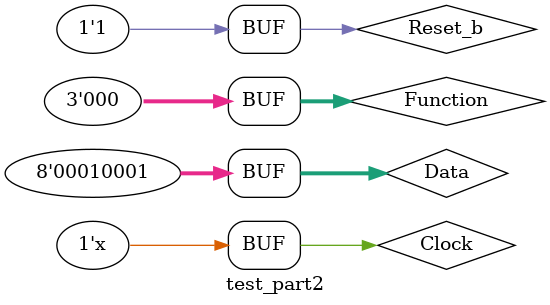
<source format=v>
`timescale 1ns / 1ps



module test_part2;

	// Inputs
	reg Clock;
	reg Reset_b;
	reg [7:0] Data;
	reg [2:0] Function;

	// Outputs
	wire [7:0] ALUout;

	// Instantiate the Unit Under Test (UUT)

part2 uut(
.Clock(Clock),
.Reset_b(Reset_b),
.Data(Data),
.Function(Function),
.ALUout(ALUout));

initial
begin
	Reset_b = 1'd0;
	Clock   = 1'd0;
	Data    = 8'b00010001;
	Function = 3'd0;
	#100
	Reset_b = 1'd1;
end

always #10 Clock = ~Clock;
      
endmodule


</source>
